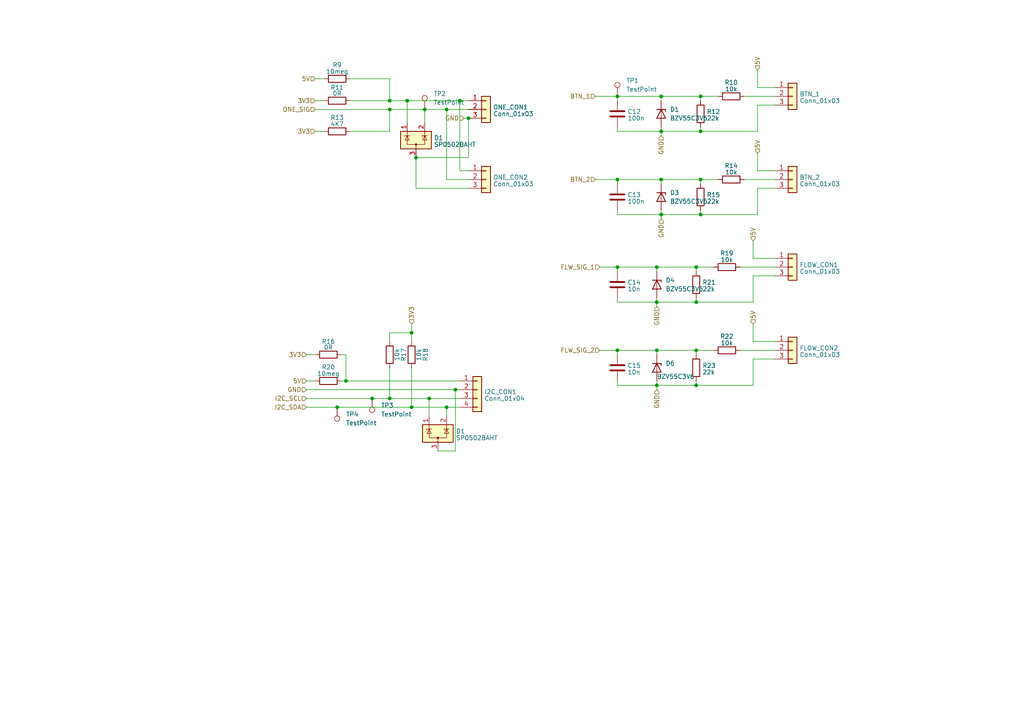
<source format=kicad_sch>
(kicad_sch (version 20230121) (generator eeschema)
  (paper "A4")
  (lib_symbols
    (symbol "Connector:TestPoint" (pin_numbers hide) (pin_names (offset 0.762) hide)
      (property "Reference" "TP" (at 0 6.858 0))
      (property "Value" "TestPoint" (at 0 5.08 0))
      (symbol "TestPoint_0_1"
        (circle (center 0 3.302) (radius 0.762))
      )
      (symbol "TestPoint_1_1"
        (pin passive line (at 0 0 90) (length 2.54) (name "1") (number "1"))
      )
    )
    (symbol "Connector_Generic:Conn_01x03" (pin_names (offset 1.016) hide)
      (property "Reference" "J" (at 0 5.08 0))
      (property "Value" "Conn_01x03" (at 0 -5.08 0))
      (symbol "Conn_01x03_1_1"
        (rectangle (start -1.27 -2.413) (end 0 -2.667) (stroke (width 0.1524)))
        (rectangle (start -1.27 0.127) (end 0 -0.127) (stroke (width 0.1524)))
        (rectangle (start -1.27 2.667) (end 0 2.413) (stroke (width 0.1524)))
        (rectangle (start -1.27 3.81) (end 1.27 -3.81) (stroke (width 0.254)) (fill (type background)))
        (pin passive line (at -5.08 2.54 0) (length 3.81) (name "Pin_1") (number "1"))
        (pin passive line (at -5.08 0 0) (length 3.81) (name "Pin_2") (number "2"))
        (pin passive line (at -5.08 -2.54 0) (length 3.81) (name "Pin_3") (number "3"))
      )
    )
    (symbol "Connector_Generic:Conn_01x04" (pin_names (offset 1.016) hide)
      (property "Reference" "J" (at 0 5.08 0))
      (property "Value" "Conn_01x04" (at 0 -7.62 0))
      (symbol "Conn_01x04_1_1"
        (rectangle (start -1.27 -4.953) (end 0 -5.207) (stroke (width 0.1524)))
        (rectangle (start -1.27 -2.413) (end 0 -2.667) (stroke (width 0.1524)))
        (rectangle (start -1.27 0.127) (end 0 -0.127) (stroke (width 0.1524)))
        (rectangle (start -1.27 2.667) (end 0 2.413) (stroke (width 0.1524)))
        (rectangle (start -1.27 3.81) (end 1.27 -6.35) (stroke (width 0.254)) (fill (type background)))
        (pin passive line (at -5.08 2.54 0) (length 3.81) (name "Pin_1") (number "1"))
        (pin passive line (at -5.08 0 0) (length 3.81) (name "Pin_2") (number "2"))
        (pin passive line (at -5.08 -2.54 0) (length 3.81) (name "Pin_3") (number "3"))
        (pin passive line (at -5.08 -5.08 0) (length 3.81) (name "Pin_4") (number "4"))
      )
    )
    (symbol "Device:C" (pin_numbers hide) (pin_names (offset 0.254))
      (property "Reference" "C" (at 0.635 2.54 0))
      (property "Value" "C" (at 0.635 -2.54 0))
      (symbol "C_0_1"
        (polyline (pts (xy -2.032 -0.762) (xy 2.032 -0.762)) (stroke (width 0.508)))
        (polyline (pts (xy -2.032 0.762) (xy 2.032 0.762)) (stroke (width 0.508)))
      )
      (symbol "C_1_1"
        (pin passive line (at 0 3.81 270) (length 2.794) (name "~") (number "1"))
        (pin passive line (at 0 -3.81 90) (length 2.794) (name "~") (number "2"))
      )
    )
    (symbol "Device:R" (pin_numbers hide) (pin_names (offset 0))
      (property "Reference" "R" (at 2.032 0 90))
      (property "Value" "R" (at 0 0 90))
      (symbol "R_0_1"
        (rectangle (start -1.016 -2.54) (end 1.016 2.54) (stroke (width 0.254)))
      )
      (symbol "R_1_1"
        (pin passive line (at 0 3.81 270) (length 1.27) (name "~") (number "1"))
        (pin passive line (at 0 -3.81 90) (length 1.27) (name "~") (number "2"))
      )
    )
    (symbol "Diode:BZV55C3V6" (pin_numbers hide) (pin_names hide)
      (property "Reference" "D" (at 0 2.54 0))
      (property "Value" "BZV55C3V6" (at 0 -2.54 0))
      (symbol "BZV55C3V6_0_1"
        (polyline (pts (xy 1.27 0) (xy -1.27 0)))
        (polyline (pts (xy -1.27 -1.27) (xy -1.27 1.27) (xy -0.762 1.27)) (stroke (width 0.254)))
        (polyline (pts (xy 1.27 -1.27) (xy 1.27 1.27) (xy -1.27 0) (xy 1.27 -1.27)) (stroke (width 0.254)))
      )
      (symbol "BZV55C3V6_1_1"
        (pin passive line (at -3.81 0 0) (length 2.54) (name "K") (number "1"))
        (pin passive line (at 3.81 0 180) (length 2.54) (name "A") (number "2"))
      )
    )
    (symbol "Power_Protection:SP0502BAHT" (pin_names hide)
      (property "Reference" "D" (at 5.715 2.54 0))
      (property "Value" "SP0502BAHT" (at 5.715 0.635 0))
      (symbol "SP0502BAHT_0_0"
        (pin passive line (at 0 -5.08 90) (length 2.54) (name "A") (number "3"))
      )
      (symbol "SP0502BAHT_0_1"
        (rectangle (start -4.445 2.54) (end 4.445 -2.54) (stroke (width 0.254)) (fill (type background)))
        (circle (center 0 -1.27) (radius 0.254) (fill (type outline)))
        (polyline (pts (xy -2.54 2.54) (xy -2.54 1.27)))
        (polyline (pts (xy 0 -1.27) (xy 0 -2.54)))
        (polyline (pts (xy 2.54 2.54) (xy 2.54 1.27)))
        (polyline (pts (xy -3.302 1.016) (xy -3.302 1.27) (xy -1.905 1.27) (xy -1.778 1.27)))
        (polyline (pts (xy -2.54 1.27) (xy -2.54 -1.27) (xy 2.54 -1.27) (xy 2.54 1.27)))
        (polyline (pts (xy -2.54 1.27) (xy -1.905 0) (xy -3.175 0) (xy -2.54 1.27)))
        (polyline (pts (xy 1.778 1.016) (xy 1.778 1.27) (xy 3.175 1.27) (xy 3.302 1.27)))
        (polyline (pts (xy 2.54 1.27) (xy 1.905 0) (xy 3.175 0) (xy 2.54 1.27)))
      )
      (symbol "SP0502BAHT_1_1"
        (pin passive line (at -2.54 5.08 270) (length 2.54) (name "K") (number "1"))
        (pin passive line (at 2.54 5.08 270) (length 2.54) (name "K") (number "2"))
      )
    )
  )
  (junction (at 190.5 87.63))
  (junction (at 191.77 62.23))
  (junction (at 113.03 31.75))
  (junction (at 191.77 27.94))
  (junction (at 203.2 52.07))
  (junction (at 133.35 29.21))
  (junction (at 118.11 29.21))
  (junction (at 129.54 31.75))
  (junction (at 132.08 113.03))
  (junction (at 179.07 101.6))
  (junction (at 190.5 111.76))
  (junction (at 201.93 111.76))
  (junction (at 119.38 96.52))
  (junction (at 100.33 110.49))
  (junction (at 113.03 29.21))
  (junction (at 135.89 34.29))
  (junction (at 203.2 38.1))
  (junction (at 107.95 115.57))
  (junction (at 201.93 101.6))
  (junction (at 201.93 87.63))
  (junction (at 191.77 38.1))
  (junction (at 201.93 77.47))
  (junction (at 179.07 27.94))
  (junction (at 203.2 27.94))
  (junction (at 179.07 77.47))
  (junction (at 203.2 62.23))
  (junction (at 191.77 52.07))
  (junction (at 113.03 115.57))
  (junction (at 97.79 118.11))
  (junction (at 179.07 52.07))
  (junction (at 129.54 118.11))
  (junction (at 124.46 115.57))
  (junction (at 123.19 31.75))
  (junction (at 120.65 45.72))
  (junction (at 190.5 77.47))
  (junction (at 190.5 101.6))
  (junction (at 119.38 118.11))
  (wire (pts (xy 203.2 27.94) (xy 208.28 27.94)))
  (wire (pts (xy 190.5 87.63) (xy 190.5 88.9)))
  (wire (pts (xy 118.11 29.21) (xy 118.11 35.56)))
  (wire (pts (xy 190.5 101.6) (xy 201.93 101.6)))
  (wire (pts (xy 113.03 29.21) (xy 113.03 22.86)))
  (wire (pts (xy 124.46 115.57) (xy 133.35 115.57)))
  (wire (pts (xy 99.06 102.87) (xy 100.33 102.87)))
  (wire (pts (xy 179.07 36.83) (xy 179.07 38.1)))
  (wire (pts (xy 91.44 31.75) (xy 113.03 31.75)))
  (wire (pts (xy 191.77 60.96) (xy 191.77 62.23)))
  (wire (pts (xy 190.5 77.47) (xy 201.93 77.47)))
  (wire (pts (xy 100.33 110.49) (xy 133.35 110.49)))
  (wire (pts (xy 120.65 54.61) (xy 120.65 45.72)))
  (wire (pts (xy 201.93 111.76) (xy 218.44 111.76)))
  (wire (pts (xy 201.93 87.63) (xy 218.44 87.63)))
  (wire (pts (xy 113.03 106.68) (xy 113.03 115.57)))
  (wire (pts (xy 191.77 62.23) (xy 203.2 62.23)))
  (wire (pts (xy 191.77 52.07) (xy 203.2 52.07)))
  (wire (pts (xy 218.44 74.93) (xy 224.79 74.93)))
  (wire (pts (xy 203.2 52.07) (xy 208.28 52.07)))
  (wire (pts (xy 179.07 38.1) (xy 191.77 38.1)))
  (wire (pts (xy 113.03 115.57) (xy 124.46 115.57)))
  (wire (pts (xy 191.77 38.1) (xy 191.77 39.37)))
  (wire (pts (xy 179.07 60.96) (xy 179.07 62.23)))
  (wire (pts (xy 179.07 77.47) (xy 179.07 78.74)))
  (wire (pts (xy 203.2 27.94) (xy 203.2 29.21)))
  (wire (pts (xy 91.44 22.86) (xy 93.98 22.86)))
  (wire (pts (xy 172.72 27.94) (xy 179.07 27.94)))
  (wire (pts (xy 203.2 38.1) (xy 219.71 38.1)))
  (wire (pts (xy 190.5 101.6) (xy 190.5 102.87)))
  (wire (pts (xy 203.2 60.96) (xy 203.2 62.23)))
  (wire (pts (xy 99.06 110.49) (xy 100.33 110.49)))
  (wire (pts (xy 191.77 36.83) (xy 191.77 38.1)))
  (wire (pts (xy 191.77 52.07) (xy 191.77 53.34)))
  (wire (pts (xy 135.89 49.53) (xy 133.35 49.53)))
  (wire (pts (xy 172.72 52.07) (xy 179.07 52.07)))
  (wire (pts (xy 123.19 31.75) (xy 123.19 35.56)))
  (wire (pts (xy 214.63 101.6) (xy 224.79 101.6)))
  (wire (pts (xy 219.71 30.48) (xy 224.79 30.48)))
  (wire (pts (xy 190.5 86.36) (xy 190.5 87.63)))
  (wire (pts (xy 118.11 29.21) (xy 113.03 29.21)))
  (wire (pts (xy 119.38 106.68) (xy 119.38 118.11)))
  (wire (pts (xy 113.03 99.06) (xy 113.03 96.52)))
  (wire (pts (xy 218.44 93.98) (xy 218.44 99.06)))
  (wire (pts (xy 133.35 29.21) (xy 118.11 29.21)))
  (wire (pts (xy 201.93 101.6) (xy 207.01 101.6)))
  (wire (pts (xy 191.77 27.94) (xy 203.2 27.94)))
  (wire (pts (xy 179.07 62.23) (xy 191.77 62.23)))
  (wire (pts (xy 101.6 29.21) (xy 113.03 29.21)))
  (wire (pts (xy 120.65 45.72) (xy 135.89 45.72)))
  (wire (pts (xy 135.89 52.07) (xy 129.54 52.07)))
  (wire (pts (xy 179.07 27.94) (xy 179.07 29.21)))
  (wire (pts (xy 179.07 87.63) (xy 190.5 87.63)))
  (wire (pts (xy 215.9 27.94) (xy 224.79 27.94)))
  (wire (pts (xy 219.71 54.61) (xy 224.79 54.61)))
  (wire (pts (xy 101.6 38.1) (xy 113.03 38.1)))
  (wire (pts (xy 218.44 104.14) (xy 218.44 111.76)))
  (wire (pts (xy 191.77 27.94) (xy 191.77 29.21)))
  (wire (pts (xy 201.93 101.6) (xy 201.93 102.87)))
  (wire (pts (xy 201.93 110.49) (xy 201.93 111.76)))
  (wire (pts (xy 219.71 49.53) (xy 224.79 49.53)))
  (wire (pts (xy 123.19 31.75) (xy 129.54 31.75)))
  (wire (pts (xy 201.93 77.47) (xy 207.01 77.47)))
  (wire (pts (xy 129.54 118.11) (xy 133.35 118.11)))
  (wire (pts (xy 113.03 31.75) (xy 123.19 31.75)))
  (wire (pts (xy 107.95 115.57) (xy 113.03 115.57)))
  (wire (pts (xy 219.71 25.4) (xy 224.79 25.4)))
  (wire (pts (xy 119.38 118.11) (xy 129.54 118.11)))
  (wire (pts (xy 135.89 45.72) (xy 135.89 34.29)))
  (wire (pts (xy 190.5 111.76) (xy 201.93 111.76)))
  (wire (pts (xy 190.5 111.76) (xy 190.5 113.03)))
  (wire (pts (xy 203.2 36.83) (xy 203.2 38.1)))
  (wire (pts (xy 91.44 29.21) (xy 93.98 29.21)))
  (wire (pts (xy 129.54 31.75) (xy 135.89 31.75)))
  (wire (pts (xy 113.03 22.86) (xy 101.6 22.86)))
  (wire (pts (xy 218.44 99.06) (xy 224.79 99.06)))
  (wire (pts (xy 218.44 69.85) (xy 218.44 74.93)))
  (wire (pts (xy 91.44 38.1) (xy 93.98 38.1)))
  (wire (pts (xy 218.44 80.01) (xy 218.44 87.63)))
  (wire (pts (xy 133.35 29.21) (xy 133.35 49.53)))
  (wire (pts (xy 124.46 115.57) (xy 124.46 120.65)))
  (wire (pts (xy 215.9 52.07) (xy 224.79 52.07)))
  (wire (pts (xy 173.99 101.6) (xy 179.07 101.6)))
  (wire (pts (xy 179.07 77.47) (xy 190.5 77.47)))
  (wire (pts (xy 88.9 102.87) (xy 91.44 102.87)))
  (wire (pts (xy 135.89 54.61) (xy 120.65 54.61)))
  (wire (pts (xy 201.93 86.36) (xy 201.93 87.63)))
  (wire (pts (xy 88.9 113.03) (xy 132.08 113.03)))
  (wire (pts (xy 119.38 93.98) (xy 119.38 96.52)))
  (wire (pts (xy 129.54 118.11) (xy 129.54 120.65)))
  (wire (pts (xy 218.44 104.14) (xy 224.79 104.14)))
  (wire (pts (xy 97.79 118.11) (xy 119.38 118.11)))
  (wire (pts (xy 201.93 77.47) (xy 201.93 78.74)))
  (wire (pts (xy 135.89 29.21) (xy 133.35 29.21)))
  (wire (pts (xy 190.5 110.49) (xy 190.5 111.76)))
  (wire (pts (xy 191.77 38.1) (xy 203.2 38.1)))
  (wire (pts (xy 218.44 80.01) (xy 224.79 80.01)))
  (wire (pts (xy 100.33 102.87) (xy 100.33 110.49)))
  (wire (pts (xy 88.9 118.11) (xy 97.79 118.11)))
  (wire (pts (xy 88.9 115.57) (xy 107.95 115.57)))
  (wire (pts (xy 219.71 54.61) (xy 219.71 62.23)))
  (wire (pts (xy 219.71 30.48) (xy 219.71 38.1)))
  (wire (pts (xy 179.07 86.36) (xy 179.07 87.63)))
  (wire (pts (xy 214.63 77.47) (xy 224.79 77.47)))
  (wire (pts (xy 179.07 111.76) (xy 190.5 111.76)))
  (wire (pts (xy 219.71 44.45) (xy 219.71 49.53)))
  (wire (pts (xy 127 130.81) (xy 132.08 130.81)))
  (wire (pts (xy 179.07 110.49) (xy 179.07 111.76)))
  (wire (pts (xy 190.5 87.63) (xy 201.93 87.63)))
  (wire (pts (xy 132.08 113.03) (xy 133.35 113.03)))
  (wire (pts (xy 203.2 62.23) (xy 219.71 62.23)))
  (wire (pts (xy 219.71 20.32) (xy 219.71 25.4)))
  (wire (pts (xy 88.9 110.49) (xy 91.44 110.49)))
  (wire (pts (xy 119.38 96.52) (xy 113.03 96.52)))
  (wire (pts (xy 203.2 52.07) (xy 203.2 53.34)))
  (wire (pts (xy 179.07 52.07) (xy 191.77 52.07)))
  (wire (pts (xy 129.54 31.75) (xy 129.54 52.07)))
  (wire (pts (xy 113.03 38.1) (xy 113.03 31.75)))
  (wire (pts (xy 173.99 77.47) (xy 179.07 77.47)))
  (wire (pts (xy 179.07 101.6) (xy 179.07 102.87)))
  (wire (pts (xy 179.07 101.6) (xy 190.5 101.6)))
  (wire (pts (xy 179.07 27.94) (xy 191.77 27.94)))
  (wire (pts (xy 119.38 96.52) (xy 119.38 99.06)))
  (wire (pts (xy 132.08 130.81) (xy 132.08 113.03)))
  (wire (pts (xy 179.07 52.07) (xy 179.07 53.34)))
  (wire (pts (xy 190.5 77.47) (xy 190.5 78.74)))
  (wire (pts (xy 134.62 34.29) (xy 135.89 34.29)))
  (wire (pts (xy 191.77 62.23) (xy 191.77 63.5)))
  (hierarchical_label "GND" (shape input) (at 88.9 113.03 180))
  (hierarchical_label "FLW_SIG_1" (shape input) (at 173.99 77.47 180))
  (hierarchical_label "ONE_SIG" (shape input) (at 91.44 31.75 180))
  (hierarchical_label "3V3" (shape input) (at 91.44 29.21 180))
  (hierarchical_label "GND" (shape input) (at 134.62 34.29 180))
  (hierarchical_label "GND" (shape input) (at 191.77 39.37 270))
  (hierarchical_label "GND" (shape input) (at 190.5 113.03 270))
  (hierarchical_label "BTN_1" (shape input) (at 172.72 27.94 180))
  (hierarchical_label "3V3" (shape input) (at 119.38 93.98 90))
  (hierarchical_label "GND" (shape input) (at 190.5 88.9 270))
  (hierarchical_label "5V" (shape input) (at 219.71 44.45 90))
  (hierarchical_label "I2C_SDA" (shape input) (at 88.9 118.11 180))
  (hierarchical_label "5V" (shape input) (at 218.44 69.85 90))
  (hierarchical_label "5V" (shape input) (at 88.9 110.49 180))
  (hierarchical_label "GND" (shape input) (at 191.77 63.5 270))
  (hierarchical_label "3V3" (shape input) (at 88.9 102.87 180))
  (hierarchical_label "3V3" (shape input) (at 91.44 38.1 180))
  (hierarchical_label "FLW_SIG_2" (shape input) (at 173.99 101.6 180))
  (hierarchical_label "5V" (shape input) (at 91.44 22.86 180))
  (hierarchical_label "I2C_SCL" (shape input) (at 88.9 115.57 180))
  (hierarchical_label "5V" (shape input) (at 218.44 93.98 90))
  (hierarchical_label "5V" (shape input) (at 219.71 20.32 90))
  (hierarchical_label "BTN_2" (shape input) (at 172.72 52.07 180))
  (symbol (lib_id "Connector:TestPoint") (at 107.95 115.57 180) (unit 1)
    (property "Reference" "TP3" (at 110.49 117.602 0) (effects (justify right)))
    (property "Value" "TestPoint" (at 110.49 120.142 0) (effects (justify right)))
  )
  (symbol (lib_id "Connector_Generic:Conn_01x03") (at 229.87 101.6 0) (unit 1)
    (property "Reference" "FLOW_CON2" (at 231.902 100.9563 0) (effects (justify left)))
    (property "Value" "Conn_01x03" (at 231.902 102.8773 0) (effects (justify left)))
    (property "Footprint" "Connector_Phoenix_MC:PhoenixContact_MC_1,5_3-G-3.5_1x03_P3.50mm_Horizontal" (effects hide))
  )
  (symbol (lib_id "Connector_Generic:Conn_01x03") (at 140.97 52.07 0) (unit 1)
    (property "Reference" "ONE_CON2" (at 143.002 51.4263 0) (effects (justify left)))
    (property "Value" "Conn_01x03" (at 143.002 53.3473 0) (effects (justify left)))
    (property "Footprint" "Connector_Phoenix_MC:PhoenixContact_MC_1,5_3-G-3.5_1x03_P3.50mm_Horizontal" (effects hide))
  )
  (symbol (lib_id "Connector:TestPoint") (at 123.19 31.75 0) (unit 1)
    (property "Reference" "TP2" (at 125.73 27.178 0) (effects (justify left)))
    (property "Value" "TestPoint" (at 125.73 29.718 0) (effects (justify left)))
  )
  (symbol (lib_id "Connector_Generic:Conn_01x04") (at 138.43 113.03 0) (unit 1)
    (property "Reference" "I2C_CON1" (at 140.462 113.6563 0) (effects (justify left)))
    (property "Value" "Conn_01x04" (at 140.462 115.5773 0) (effects (justify left)))
    (property "Footprint" "Connector_JST:JST_XH_B4B-XH-A_1x04_P2.50mm_Vertical" (effects hide))
  )
  (symbol (lib_id "Connector:TestPoint") (at 97.79 118.11 180) (unit 1)
    (property "Reference" "TP4" (at 100.33 120.142 0) (effects (justify right)))
    (property "Value" "TestPoint" (at 100.33 122.682 0) (effects (justify right)))
  )
  (symbol (lib_id "Power_Protection:SP0502BAHT") (at 127 125.73 0) (unit 1)
    (property "Reference" "D1" (at 132.207 125.0863 0) (effects (justify left)))
    (property "Value" "SP0502BAHT" (at 132.207 127.0073 0) (effects (justify left)))
    (property "Footprint" "Package_TO_SOT_SMD:SOT-23" (effects hide))
    (property "Datasheet" "http://www.littelfuse.com/~/media/files/littelfuse/technical%20resources/documents/data%20sheets/sp05xxba.pdf" (effects hide))
    (instances (project "rollo control" (path "" (reference "D1") (unit 1)) (path "" (reference "D5") (unit 1))))
  )
  (symbol (lib_id "Connector:TestPoint") (at 179.07 27.94 0) (unit 1)
    (property "Reference" "TP1" (at 181.61 23.368 0) (effects (justify left)))
    (property "Value" "TestPoint" (at 181.61 25.908 0) (effects (justify left)))
  )
  (symbol (lib_id "Power_Protection:SP0502BAHT") (at 120.65 40.64 0) (unit 1)
    (property "Reference" "D1" (at 125.857 39.9963 0) (effects (justify left)))
    (property "Value" "SP0502BAHT" (at 125.857 41.9173 0) (effects (justify left)))
    (property "Footprint" "Package_TO_SOT_SMD:SOT-23" (effects hide))
    (property "Datasheet" "http://www.littelfuse.com/~/media/files/littelfuse/technical%20resources/documents/data%20sheets/sp05xxba.pdf" (effects hide))
    (instances (project "rollo control" (path "" (reference "D1") (unit 1)) (path "" (reference "D2") (unit 1))))
  )
  (symbol (lib_id "Device:R") (at 210.82 101.6 90) (unit 1)
    (property "Reference" "R22" (at 210.82 97.5741 90))
    (property "Value" "10k" (at 210.82 99.4951 90))
    (property "Footprint" "Resistor_SMD:R_0201_0603Metric_Pad0.64x0.40mm_HandSolder" (effects hide))
  )
  (symbol (lib_id "Device:R") (at 97.79 22.86 90) (unit 1)
    (property "Reference" "R9" (at 97.79 18.8341 90))
    (property "Value" "10meg" (at 97.79 20.7551 90))
    (property "Footprint" "Resistor_SMD:R_0201_0603Metric_Pad0.64x0.40mm_HandSolder" (effects hide))
  )
  (symbol (lib_id "Device:R") (at 119.38 102.87 0) (unit 1)
    (property "Reference" "R18" (at 123.4059 102.87 90))
    (property "Value" "10k" (at 121.4849 102.87 90))
    (property "Footprint" "Resistor_SMD:R_0201_0603Metric_Pad0.64x0.40mm_HandSolder" (effects hide))
  )
  (symbol (lib_id "Diode:BZV55C3V6") (at 190.5 106.68 270) (unit 1)
    (property "Reference" "D6" (at 193.04 105.41 90) (effects (justify left)))
    (property "Value" "BZV55C3V6" (at 190.5 109.22 90) (effects (justify left)))
    (property "Footprint" "Diode_SMD:D_MiniMELF" (effects hide))
    (property "Datasheet" "https://assets.nexperia.com/documents/data-sheet/BZV55_SER.pdf" (effects hide))
  )
  (symbol (lib_id "Device:C") (at 179.07 106.68 0) (unit 1)
    (property "Reference" "C15" (at 181.991 106.0363 0) (effects (justify left)))
    (property "Value" "10n" (at 181.991 107.9573 0) (effects (justify left)))
    (property "Footprint" "Capacitor_SMD:C_0603_1608Metric_Pad1.08x0.95mm_HandSolder" (effects hide))
  )
  (symbol (lib_id "Connector_Generic:Conn_01x03") (at 140.97 31.75 0) (unit 1)
    (property "Reference" "ONE_CON1" (at 143.002 31.1063 0) (effects (justify left)))
    (property "Value" "Conn_01x03" (at 143.002 33.0273 0) (effects (justify left)))
    (property "Footprint" "Connector_Phoenix_MC:PhoenixContact_MC_1,5_3-G-3.5_1x03_P3.50mm_Horizontal" (effects hide))
  )
  (symbol (lib_id "Connector_Generic:Conn_01x03") (at 229.87 52.07 0) (unit 1)
    (property "Reference" "BTN_2" (at 231.902 51.4263 0) (effects (justify left)))
    (property "Value" "Conn_01x03" (at 231.902 53.3473 0) (effects (justify left)))
    (property "Footprint" "Connector_Phoenix_MC:PhoenixContact_MC_1,5_3-G-3.5_1x03_P3.50mm_Horizontal" (effects hide))
  )
  (symbol (lib_id "Device:C") (at 179.07 33.02 0) (unit 1)
    (property "Reference" "C12" (at 181.991 32.3763 0) (effects (justify left)))
    (property "Value" "100n" (at 181.991 34.2973 0) (effects (justify left)))
    (property "Footprint" "Capacitor_SMD:C_0603_1608Metric_Pad1.08x0.95mm_HandSolder" (effects hide))
  )
  (symbol (lib_id "Diode:BZV55C3V6") (at 190.5 82.55 270) (unit 1)
    (property "Reference" "D4" (at 193.04 81.28 90) (effects (justify left)))
    (property "Value" "BZV55C3V6" (at 193.04 83.82 90) (effects (justify left)))
    (property "Footprint" "Diode_SMD:D_MiniMELF" (effects hide))
    (property "Datasheet" "https://assets.nexperia.com/documents/data-sheet/BZV55_SER.pdf" (effects hide))
  )
  (symbol (lib_id "Device:R") (at 201.93 82.55 180) (unit 1)
    (property "Reference" "R21" (at 203.708 81.9063 0) (effects (justify right)))
    (property "Value" "22k" (at 203.708 83.8273 0) (effects (justify right)))
    (property "Footprint" "Resistor_SMD:R_0201_0603Metric_Pad0.64x0.40mm_HandSolder" (effects hide))
  )
  (symbol (lib_id "Device:R") (at 97.79 29.21 90) (unit 1)
    (property "Reference" "R11" (at 97.79 25.4 90))
    (property "Value" "0R" (at 97.79 27.1051 90))
    (property "Footprint" "Resistor_SMD:R_0201_0603Metric_Pad0.64x0.40mm_HandSolder" (effects hide))
  )
  (symbol (lib_id "Device:R") (at 201.93 106.68 180) (unit 1)
    (property "Reference" "R23" (at 203.708 106.0363 0) (effects (justify right)))
    (property "Value" "22k" (at 203.708 107.9573 0) (effects (justify right)))
    (property "Footprint" "Resistor_SMD:R_0201_0603Metric_Pad0.64x0.40mm_HandSolder" (effects hide))
  )
  (symbol (lib_id "Device:R") (at 113.03 102.87 0) (unit 1)
    (property "Reference" "R17" (at 117.0559 102.87 90))
    (property "Value" "10k" (at 115.1349 102.87 90))
    (property "Footprint" "Resistor_SMD:R_0201_0603Metric_Pad0.64x0.40mm_HandSolder" (effects hide))
  )
  (symbol (lib_id "Connector_Generic:Conn_01x03") (at 229.87 77.47 0) (unit 1)
    (property "Reference" "FLOW_CON1" (at 231.902 76.8263 0) (effects (justify left)))
    (property "Value" "Conn_01x03" (at 231.902 78.7473 0) (effects (justify left)))
    (property "Footprint" "Connector_Phoenix_MC:PhoenixContact_MC_1,5_3-G-3.5_1x03_P3.50mm_Horizontal" (effects hide))
  )
  (symbol (lib_id "Device:R") (at 212.09 27.94 90) (unit 1)
    (property "Reference" "R10" (at 212.09 23.9141 90))
    (property "Value" "10k" (at 212.09 25.8351 90))
    (property "Footprint" "Resistor_SMD:R_0201_0603Metric_Pad0.64x0.40mm_HandSolder" (effects hide))
  )
  (symbol (lib_id "Device:C") (at 179.07 82.55 0) (unit 1)
    (property "Reference" "C14" (at 181.991 81.9063 0) (effects (justify left)))
    (property "Value" "10n" (at 181.991 83.8273 0) (effects (justify left)))
    (property "Footprint" "Capacitor_SMD:C_0603_1608Metric_Pad1.08x0.95mm_HandSolder" (effects hide))
  )
  (symbol (lib_id "Diode:BZV55C3V6") (at 191.77 33.02 270) (unit 1)
    (property "Reference" "D1" (at 194.31 31.75 90) (effects (justify left)))
    (property "Value" "BZV55C3V6" (at 194.31 34.29 90) (effects (justify left)))
    (property "Footprint" "Diode_SMD:D_MiniMELF" (effects hide))
    (property "Datasheet" "https://assets.nexperia.com/documents/data-sheet/BZV55_SER.pdf" (effects hide))
  )
  (symbol (lib_id "Device:R") (at 203.2 57.15 180) (unit 1)
    (property "Reference" "R15" (at 204.978 56.5063 0) (effects (justify right)))
    (property "Value" "22k" (at 204.978 58.4273 0) (effects (justify right)))
    (property "Footprint" "Resistor_SMD:R_0201_0603Metric_Pad0.64x0.40mm_HandSolder" (effects hide))
  )
  (symbol (lib_id "Device:R") (at 95.25 110.49 90) (unit 1)
    (property "Reference" "R20" (at 95.25 106.4641 90))
    (property "Value" "10meg" (at 95.25 108.3851 90))
    (property "Footprint" "Resistor_SMD:R_0201_0603Metric_Pad0.64x0.40mm_HandSolder" (effects hide))
  )
  (symbol (lib_id "Connector_Generic:Conn_01x03") (at 229.87 27.94 0) (unit 1)
    (property "Reference" "BTN_1" (at 231.902 27.2963 0) (effects (justify left)))
    (property "Value" "Conn_01x03" (at 231.902 29.2173 0) (effects (justify left)))
    (property "Footprint" "Connector_Phoenix_MC:PhoenixContact_MC_1,5_3-G-3.5_1x03_P3.50mm_Horizontal" (effects hide))
  )
  (symbol (lib_id "Device:R") (at 212.09 52.07 90) (unit 1)
    (property "Reference" "R14" (at 212.09 48.0441 90))
    (property "Value" "10k" (at 212.09 49.9651 90))
    (property "Footprint" "Resistor_SMD:R_0201_0603Metric_Pad0.64x0.40mm_HandSolder" (effects hide))
  )
  (symbol (lib_id "Device:R") (at 95.25 102.87 90) (unit 1)
    (property "Reference" "R16" (at 95.25 99.06 90))
    (property "Value" "0R" (at 95.25 100.7651 90))
    (property "Footprint" "Resistor_SMD:R_0201_0603Metric_Pad0.64x0.40mm_HandSolder" (effects hide))
  )
  (symbol (lib_id "Device:R") (at 203.2 33.02 180) (unit 1)
    (property "Reference" "R12" (at 204.978 32.3763 0) (effects (justify right)))
    (property "Value" "22k" (at 204.978 34.2973 0) (effects (justify right)))
    (property "Footprint" "Resistor_SMD:R_0201_0603Metric_Pad0.64x0.40mm_HandSolder" (effects hide))
  )
  (symbol (lib_id "Device:C") (at 179.07 57.15 0) (unit 1)
    (property "Reference" "C13" (at 181.991 56.5063 0) (effects (justify left)))
    (property "Value" "100n" (at 181.991 58.4273 0) (effects (justify left)))
    (property "Footprint" "Capacitor_SMD:C_0603_1608Metric_Pad1.08x0.95mm_HandSolder" (effects hide))
  )
  (symbol (lib_id "Diode:BZV55C3V6") (at 191.77 57.15 270) (unit 1)
    (property "Reference" "D3" (at 194.31 55.88 90) (effects (justify left)))
    (property "Value" "BZV55C3V6" (at 194.31 58.42 90) (effects (justify left)))
    (property "Footprint" "Diode_SMD:D_MiniMELF" (effects hide))
    (property "Datasheet" "https://assets.nexperia.com/documents/data-sheet/BZV55_SER.pdf" (effects hide))
  )
  (symbol (lib_id "Device:R") (at 210.82 77.47 90) (unit 1)
    (property "Reference" "R19" (at 210.82 73.4441 90))
    (property "Value" "10k" (at 210.82 75.3651 90))
    (property "Footprint" "Resistor_SMD:R_0201_0603Metric_Pad0.64x0.40mm_HandSolder" (effects hide))
  )
  (symbol (lib_id "Device:R") (at 97.79 38.1 90) (unit 1)
    (property "Reference" "R13" (at 97.79 34.0741 90))
    (property "Value" "4K7" (at 97.79 35.9951 90))
    (property "Footprint" "Resistor_SMD:R_0201_0603Metric_Pad0.64x0.40mm_HandSolder" (effects hide))
  )
)
</source>
